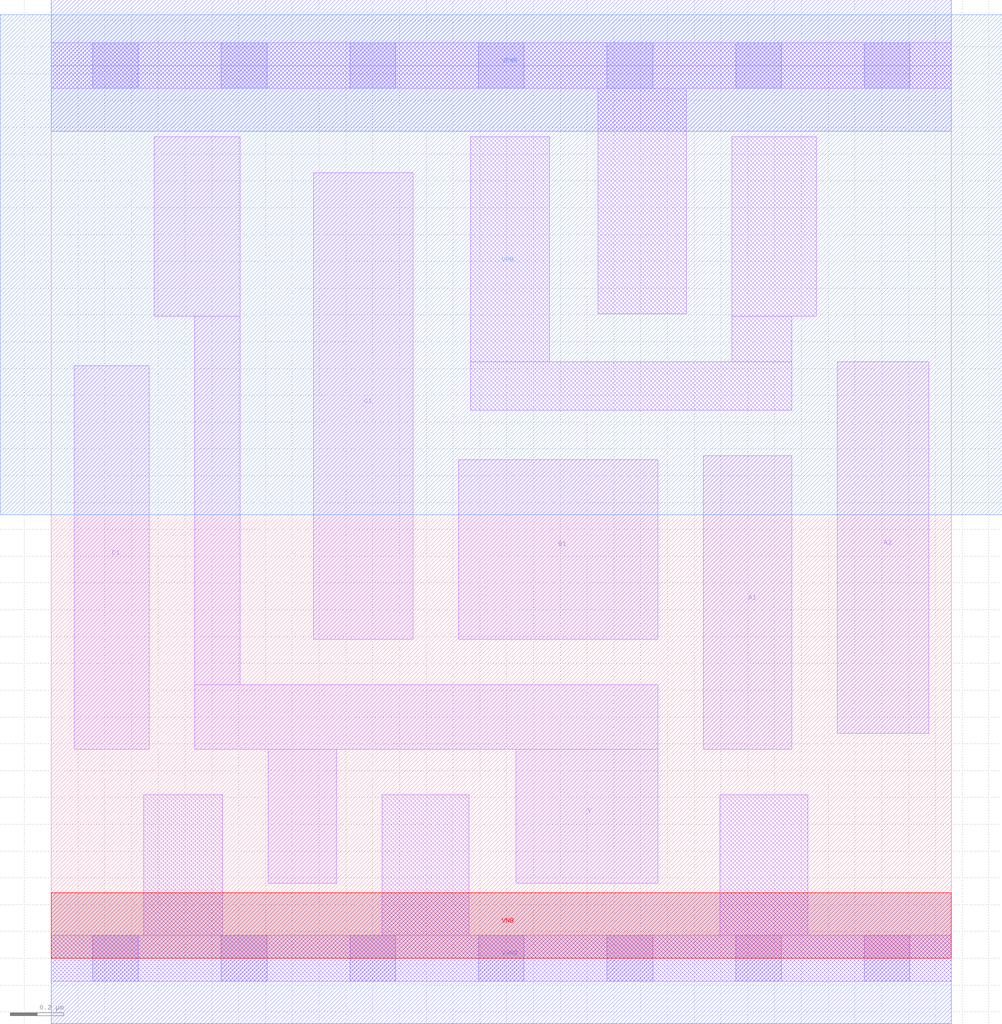
<source format=lef>
# Copyright 2020 The SkyWater PDK Authors
#
# Licensed under the Apache License, Version 2.0 (the "License");
# you may not use this file except in compliance with the License.
# You may obtain a copy of the License at
#
#     https://www.apache.org/licenses/LICENSE-2.0
#
# Unless required by applicable law or agreed to in writing, software
# distributed under the License is distributed on an "AS IS" BASIS,
# WITHOUT WARRANTIES OR CONDITIONS OF ANY KIND, either express or implied.
# See the License for the specific language governing permissions and
# limitations under the License.
#
# SPDX-License-Identifier: Apache-2.0

VERSION 5.7 ;
  NOWIREEXTENSIONATPIN ON ;
  DIVIDERCHAR "/" ;
  BUSBITCHARS "[]" ;
MACRO sky130_fd_sc_lp__a2111oi_0
  CLASS CORE ;
  FOREIGN sky130_fd_sc_lp__a2111oi_0 ;
  ORIGIN  0.000000  0.000000 ;
  SIZE  3.360000 BY  3.330000 ;
  SYMMETRY X Y R90 ;
  SITE unit ;
  PIN A1
    ANTENNAGATEAREA  0.159000 ;
    DIRECTION INPUT ;
    USE SIGNAL ;
    PORT
      LAYER li1 ;
        RECT 2.435000 0.780000 2.765000 1.875000 ;
    END
  END A1
  PIN A2
    ANTENNAGATEAREA  0.159000 ;
    DIRECTION INPUT ;
    USE SIGNAL ;
    PORT
      LAYER li1 ;
        RECT 2.935000 0.840000 3.275000 2.225000 ;
    END
  END A2
  PIN B1
    ANTENNAGATEAREA  0.159000 ;
    DIRECTION INPUT ;
    USE SIGNAL ;
    PORT
      LAYER li1 ;
        RECT 1.520000 1.190000 2.265000 1.860000 ;
    END
  END B1
  PIN C1
    ANTENNAGATEAREA  0.159000 ;
    DIRECTION INPUT ;
    USE SIGNAL ;
    PORT
      LAYER li1 ;
        RECT 0.980000 1.190000 1.350000 2.930000 ;
    END
  END C1
  PIN D1
    ANTENNAGATEAREA  0.159000 ;
    DIRECTION INPUT ;
    USE SIGNAL ;
    PORT
      LAYER li1 ;
        RECT 0.085000 0.780000 0.365000 2.210000 ;
    END
  END D1
  PIN Y
    ANTENNADIFFAREA  0.424000 ;
    DIRECTION OUTPUT ;
    USE SIGNAL ;
    PORT
      LAYER li1 ;
        RECT 0.385000 2.395000 0.705000 3.065000 ;
        RECT 0.535000 0.780000 2.265000 1.020000 ;
        RECT 0.535000 1.020000 0.705000 2.395000 ;
        RECT 0.810000 0.280000 1.065000 0.780000 ;
        RECT 1.735000 0.280000 2.265000 0.780000 ;
    END
  END Y
  PIN VGND
    DIRECTION INOUT ;
    USE GROUND ;
    PORT
      LAYER met1 ;
        RECT 0.000000 -0.245000 3.360000 0.245000 ;
    END
  END VGND
  PIN VNB
    DIRECTION INOUT ;
    USE GROUND ;
    PORT
      LAYER pwell ;
        RECT 0.000000 0.000000 3.360000 0.245000 ;
    END
  END VNB
  PIN VPB
    DIRECTION INOUT ;
    USE POWER ;
    PORT
      LAYER nwell ;
        RECT -0.190000 1.655000 3.550000 3.520000 ;
    END
  END VPB
  PIN VPWR
    DIRECTION INOUT ;
    USE POWER ;
    PORT
      LAYER met1 ;
        RECT 0.000000 3.085000 3.360000 3.575000 ;
    END
  END VPWR
  OBS
    LAYER li1 ;
      RECT 0.000000 -0.085000 3.360000 0.085000 ;
      RECT 0.000000  3.245000 3.360000 3.415000 ;
      RECT 0.345000  0.085000 0.640000 0.610000 ;
      RECT 1.235000  0.085000 1.560000 0.610000 ;
      RECT 1.565000  2.045000 2.765000 2.225000 ;
      RECT 1.565000  2.225000 1.860000 3.065000 ;
      RECT 2.040000  2.405000 2.370000 3.245000 ;
      RECT 2.495000  0.085000 2.825000 0.610000 ;
      RECT 2.540000  2.225000 2.765000 2.395000 ;
      RECT 2.540000  2.395000 2.855000 3.065000 ;
    LAYER mcon ;
      RECT 0.155000 -0.085000 0.325000 0.085000 ;
      RECT 0.155000  3.245000 0.325000 3.415000 ;
      RECT 0.635000 -0.085000 0.805000 0.085000 ;
      RECT 0.635000  3.245000 0.805000 3.415000 ;
      RECT 1.115000 -0.085000 1.285000 0.085000 ;
      RECT 1.115000  3.245000 1.285000 3.415000 ;
      RECT 1.595000 -0.085000 1.765000 0.085000 ;
      RECT 1.595000  3.245000 1.765000 3.415000 ;
      RECT 2.075000 -0.085000 2.245000 0.085000 ;
      RECT 2.075000  3.245000 2.245000 3.415000 ;
      RECT 2.555000 -0.085000 2.725000 0.085000 ;
      RECT 2.555000  3.245000 2.725000 3.415000 ;
      RECT 3.035000 -0.085000 3.205000 0.085000 ;
      RECT 3.035000  3.245000 3.205000 3.415000 ;
  END
END sky130_fd_sc_lp__a2111oi_0
END LIBRARY

</source>
